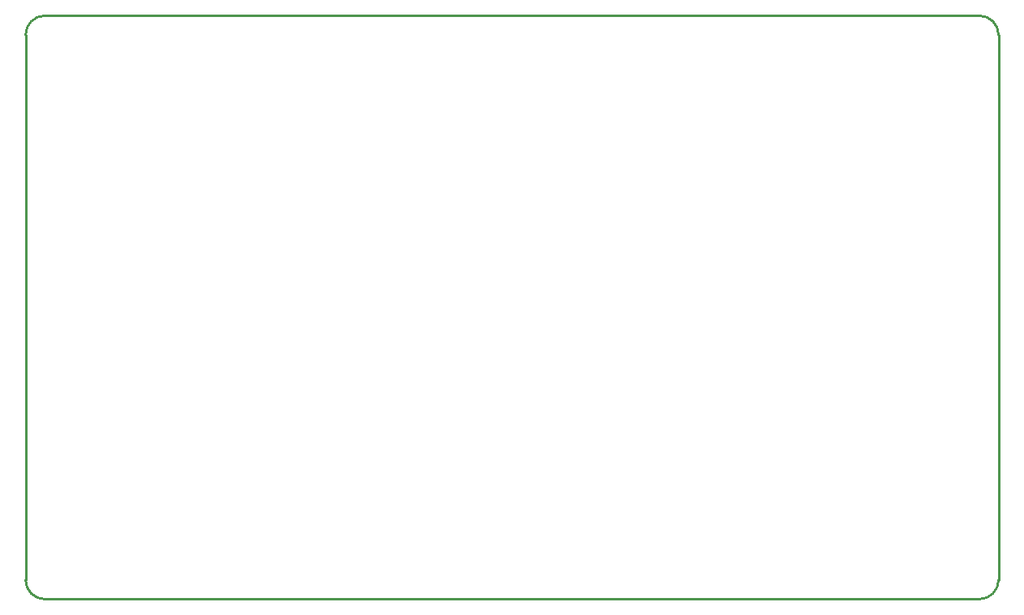
<source format=gko>
G04 Layer: BoardOutlineLayer*
G04 EasyEDA v6.5.39, 2024-01-10 14:41:16*
G04 52a2ae1d1fff4fd0b89a8512cd0fdb0d,3d9c8b04885e45b7839bd8e85c0fd600,10*
G04 Gerber Generator version 0.2*
G04 Scale: 100 percent, Rotated: No, Reflected: No *
G04 Dimensions in millimeters *
G04 leading zeros omitted , absolute positions ,4 integer and 5 decimal *
%FSLAX45Y45*%
%MOMM*%

%ADD10C,0.2540*%
D10*
X-3991000Y1958339D02*
G01*
X5769000Y1958339D01*
X5969000Y1758340D02*
G01*
X5969000Y-3937759D01*
X5769000Y-4137759D02*
G01*
X-3991000Y-4137759D01*
X-4191000Y-3937759D02*
G01*
X-4191000Y1758340D01*
G75*
G01*
X5769000Y1958340D02*
G02*
X5969000Y1758340I0J-200000D01*
G75*
G01*
X5969000Y-3937759D02*
G02*
X5769000Y-4137759I-200000J0D01*
G75*
G01*
X-3991000Y-4137759D02*
G02*
X-4191000Y-3937759I0J200000D01*
G75*
G01*
X-4191000Y1758340D02*
G02*
X-3991000Y1958340I200000J0D01*

%LPD*%
M02*

</source>
